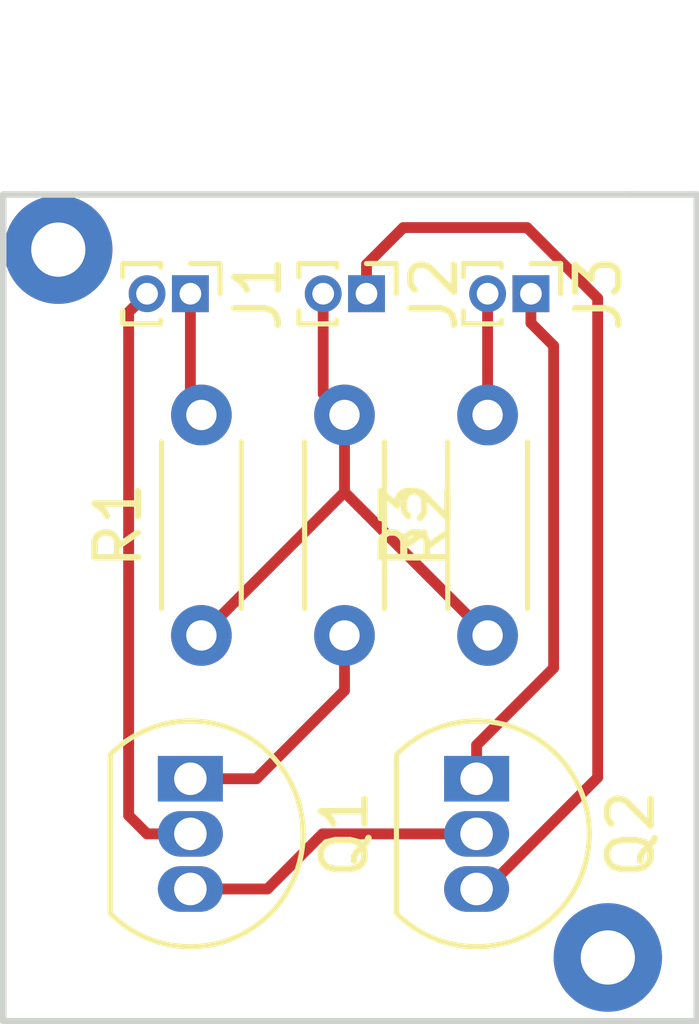
<source format=kicad_pcb>
(kicad_pcb (version 20171130) (host pcbnew "(5.0.0)")

  (general
    (thickness 1.6)
    (drawings 7)
    (tracks 34)
    (zones 0)
    (modules 8)
    (nets 9)
  )

  (page A4)
  (layers
    (0 F.Cu signal)
    (31 B.Cu signal)
    (32 B.Adhes user)
    (33 F.Adhes user)
    (34 B.Paste user)
    (35 F.Paste user)
    (36 B.SilkS user)
    (37 F.SilkS user)
    (38 B.Mask user)
    (39 F.Mask user)
    (40 Dwgs.User user)
    (41 Cmts.User user)
    (42 Eco1.User user)
    (43 Eco2.User user)
    (44 Edge.Cuts user)
    (45 Margin user)
    (46 B.CrtYd user)
    (47 F.CrtYd user)
    (48 B.Fab user)
    (49 F.Fab user)
  )

  (setup
    (last_trace_width 0.25)
    (user_trace_width 0.25)
    (user_trace_width 0.5)
    (user_trace_width 0.6)
    (user_trace_width 0.7)
    (user_trace_width 0.8)
    (user_trace_width 0.9)
    (user_trace_width 1)
    (user_trace_width 1.2)
    (trace_clearance 0.2)
    (zone_clearance 0.508)
    (zone_45_only no)
    (trace_min 0.2)
    (segment_width 0.2)
    (edge_width 0.15)
    (via_size 0.8)
    (via_drill 0.4)
    (via_min_size 0.4)
    (via_min_drill 0.3)
    (user_via 0.8 0.4)
    (user_via 1 0.5)
    (user_via 1.5 0.75)
    (user_via 2.5 1.25)
    (user_via 3 1.5)
    (user_via 3.5 1.75)
    (user_via 4 2)
    (user_via 4.5 2.25)
    (uvia_size 0.3)
    (uvia_drill 0.1)
    (uvias_allowed no)
    (uvia_min_size 0.2)
    (uvia_min_drill 0.1)
    (pcb_text_width 0.3)
    (pcb_text_size 1.5 1.5)
    (mod_edge_width 0.15)
    (mod_text_size 1 1)
    (mod_text_width 0.15)
    (pad_size 1.524 1.524)
    (pad_drill 0.762)
    (pad_to_mask_clearance 0.2)
    (aux_axis_origin 0 0)
    (visible_elements 7FFFFFFF)
    (pcbplotparams
      (layerselection 0x010f4_ffffffff)
      (usegerberextensions true)
      (usegerberattributes false)
      (usegerberadvancedattributes false)
      (creategerberjobfile false)
      (excludeedgelayer true)
      (linewidth 0.100000)
      (plotframeref false)
      (viasonmask false)
      (mode 1)
      (useauxorigin false)
      (hpglpennumber 1)
      (hpglpenspeed 20)
      (hpglpendiameter 15.000000)
      (psnegative false)
      (psa4output false)
      (plotreference true)
      (plotvalue true)
      (plotinvisibletext false)
      (padsonsilk false)
      (subtractmaskfromsilk false)
      (outputformat 1)
      (mirror false)
      (drillshape 0)
      (scaleselection 1)
      (outputdirectory "./"))
  )

  (net 0 "")
  (net 1 "Net-(J1-Pad1)")
  (net 2 GND)
  (net 3 "Net-(J3-Pad1)")
  (net 4 "Net-(J3-Pad2)")
  (net 5 "Net-(Q1-Pad3)")
  (net 6 "Net-(Q1-Pad1)")
  (net 7 "Net-(J1-Pad2)")
  (net 8 "Net-(J2-Pad2)")

  (net_class Default "This is the default net class."
    (clearance 0.2)
    (trace_width 0.25)
    (via_dia 0.8)
    (via_drill 0.4)
    (uvia_dia 0.3)
    (uvia_drill 0.1)
    (add_net GND)
    (add_net "Net-(J1-Pad1)")
    (add_net "Net-(J1-Pad2)")
    (add_net "Net-(J2-Pad2)")
    (add_net "Net-(J3-Pad1)")
    (add_net "Net-(J3-Pad2)")
    (add_net "Net-(Q1-Pad1)")
    (add_net "Net-(Q1-Pad3)")
  )

  (module Resistor_THT:R_Axial_DIN0204_L3.6mm_D1.6mm_P5.08mm_Horizontal (layer F.Cu) (tedit 5AE5139B) (tstamp 5BEBB550)
    (at 150.924 116.5 270)
    (descr "Resistor, Axial_DIN0204 series, Axial, Horizontal, pin pitch=5.08mm, 0.167W, length*diameter=3.6*1.6mm^2, http://cdn-reichelt.de/documents/datenblatt/B400/1_4W%23YAG.pdf")
    (tags "Resistor Axial_DIN0204 series Axial Horizontal pin pitch 5.08mm 0.167W length 3.6mm diameter 1.6mm")
    (path /5BEB03AA)
    (fp_text reference R2 (at 2.54 -1.92 270) (layer F.SilkS)
      (effects (font (size 1 1) (thickness 0.15)))
    )
    (fp_text value 1K (at 2.54 1.92 270) (layer F.Fab)
      (effects (font (size 1 1) (thickness 0.15)))
    )
    (fp_line (start 0.74 -0.8) (end 0.74 0.8) (layer F.Fab) (width 0.1))
    (fp_line (start 0.74 0.8) (end 4.34 0.8) (layer F.Fab) (width 0.1))
    (fp_line (start 4.34 0.8) (end 4.34 -0.8) (layer F.Fab) (width 0.1))
    (fp_line (start 4.34 -0.8) (end 0.74 -0.8) (layer F.Fab) (width 0.1))
    (fp_line (start 0 0) (end 0.74 0) (layer F.Fab) (width 0.1))
    (fp_line (start 5.08 0) (end 4.34 0) (layer F.Fab) (width 0.1))
    (fp_line (start 0.62 -0.92) (end 4.46 -0.92) (layer F.SilkS) (width 0.12))
    (fp_line (start 0.62 0.92) (end 4.46 0.92) (layer F.SilkS) (width 0.12))
    (fp_line (start -0.95 -1.05) (end -0.95 1.05) (layer F.CrtYd) (width 0.05))
    (fp_line (start -0.95 1.05) (end 6.03 1.05) (layer F.CrtYd) (width 0.05))
    (fp_line (start 6.03 1.05) (end 6.03 -1.05) (layer F.CrtYd) (width 0.05))
    (fp_line (start 6.03 -1.05) (end -0.95 -1.05) (layer F.CrtYd) (width 0.05))
    (fp_text user %R (at 2.54 0 270) (layer F.Fab)
      (effects (font (size 0.72 0.72) (thickness 0.108)))
    )
    (pad 1 thru_hole circle (at 0 0 270) (size 1.4 1.4) (drill 0.7) (layers *.Cu *.Mask)
      (net 8 "Net-(J2-Pad2)"))
    (pad 2 thru_hole oval (at 5.08 0 270) (size 1.4 1.4) (drill 0.7) (layers *.Cu *.Mask)
      (net 6 "Net-(Q1-Pad1)"))
    (model ${KISYS3DMOD}/Resistor_THT.3dshapes/R_Axial_DIN0204_L3.6mm_D1.6mm_P5.08mm_Horizontal.wrl
      (at (xyz 0 0 0))
      (scale (xyz 1 1 1))
      (rotate (xyz 0 0 0))
    )
  )

  (module Connector_PinHeader_1.00mm:PinHeader_1x02_P1.00mm_Vertical (layer F.Cu) (tedit 59FED738) (tstamp 5BEBB4D6)
    (at 147.368 113.706 270)
    (descr "Through hole straight pin header, 1x02, 1.00mm pitch, single row")
    (tags "Through hole pin header THT 1x02 1.00mm single row")
    (path /5BEB121E)
    (fp_text reference J1 (at 0 -1.56 270) (layer F.SilkS)
      (effects (font (size 1 1) (thickness 0.15)))
    )
    (fp_text value Conn_01x02_Male (at 0 2.56 270) (layer F.Fab)
      (effects (font (size 1 1) (thickness 0.15)))
    )
    (fp_line (start -0.3175 -0.5) (end 0.635 -0.5) (layer F.Fab) (width 0.1))
    (fp_line (start 0.635 -0.5) (end 0.635 1.5) (layer F.Fab) (width 0.1))
    (fp_line (start 0.635 1.5) (end -0.635 1.5) (layer F.Fab) (width 0.1))
    (fp_line (start -0.635 1.5) (end -0.635 -0.1825) (layer F.Fab) (width 0.1))
    (fp_line (start -0.635 -0.1825) (end -0.3175 -0.5) (layer F.Fab) (width 0.1))
    (fp_line (start -0.695 1.56) (end -0.394493 1.56) (layer F.SilkS) (width 0.12))
    (fp_line (start 0.394493 1.56) (end 0.695 1.56) (layer F.SilkS) (width 0.12))
    (fp_line (start -0.695 0.685) (end -0.695 1.56) (layer F.SilkS) (width 0.12))
    (fp_line (start 0.695 0.685) (end 0.695 1.56) (layer F.SilkS) (width 0.12))
    (fp_line (start -0.695 0.685) (end -0.608276 0.685) (layer F.SilkS) (width 0.12))
    (fp_line (start 0.608276 0.685) (end 0.695 0.685) (layer F.SilkS) (width 0.12))
    (fp_line (start -0.695 0) (end -0.695 -0.685) (layer F.SilkS) (width 0.12))
    (fp_line (start -0.695 -0.685) (end 0 -0.685) (layer F.SilkS) (width 0.12))
    (fp_line (start -1.15 -1) (end -1.15 2) (layer F.CrtYd) (width 0.05))
    (fp_line (start -1.15 2) (end 1.15 2) (layer F.CrtYd) (width 0.05))
    (fp_line (start 1.15 2) (end 1.15 -1) (layer F.CrtYd) (width 0.05))
    (fp_line (start 1.15 -1) (end -1.15 -1) (layer F.CrtYd) (width 0.05))
    (fp_text user %R (at 0 0.5) (layer F.Fab)
      (effects (font (size 0.76 0.76) (thickness 0.114)))
    )
    (pad 1 thru_hole rect (at 0 0 270) (size 0.85 0.85) (drill 0.5) (layers *.Cu *.Mask)
      (net 1 "Net-(J1-Pad1)"))
    (pad 2 thru_hole oval (at 0 1 270) (size 0.85 0.85) (drill 0.5) (layers *.Cu *.Mask)
      (net 7 "Net-(J1-Pad2)"))
    (model ${KISYS3DMOD}/Connector_PinHeader_1.00mm.3dshapes/PinHeader_1x02_P1.00mm_Vertical.wrl
      (at (xyz 0 0 0))
      (scale (xyz 1 1 1))
      (rotate (xyz 0 0 0))
    )
  )

  (module Connector_PinHeader_1.00mm:PinHeader_1x02_P1.00mm_Vertical (layer F.Cu) (tedit 59FED738) (tstamp 5BEBB4EE)
    (at 151.432 113.706 270)
    (descr "Through hole straight pin header, 1x02, 1.00mm pitch, single row")
    (tags "Through hole pin header THT 1x02 1.00mm single row")
    (path /5BEB31E6)
    (fp_text reference J2 (at 0 -1.56 270) (layer F.SilkS)
      (effects (font (size 1 1) (thickness 0.15)))
    )
    (fp_text value Conn_01x02_Male (at 0 2.56 270) (layer F.Fab)
      (effects (font (size 1 1) (thickness 0.15)))
    )
    (fp_text user %R (at 0 0.5) (layer F.Fab)
      (effects (font (size 0.76 0.76) (thickness 0.114)))
    )
    (fp_line (start 1.15 -1) (end -1.15 -1) (layer F.CrtYd) (width 0.05))
    (fp_line (start 1.15 2) (end 1.15 -1) (layer F.CrtYd) (width 0.05))
    (fp_line (start -1.15 2) (end 1.15 2) (layer F.CrtYd) (width 0.05))
    (fp_line (start -1.15 -1) (end -1.15 2) (layer F.CrtYd) (width 0.05))
    (fp_line (start -0.695 -0.685) (end 0 -0.685) (layer F.SilkS) (width 0.12))
    (fp_line (start -0.695 0) (end -0.695 -0.685) (layer F.SilkS) (width 0.12))
    (fp_line (start 0.608276 0.685) (end 0.695 0.685) (layer F.SilkS) (width 0.12))
    (fp_line (start -0.695 0.685) (end -0.608276 0.685) (layer F.SilkS) (width 0.12))
    (fp_line (start 0.695 0.685) (end 0.695 1.56) (layer F.SilkS) (width 0.12))
    (fp_line (start -0.695 0.685) (end -0.695 1.56) (layer F.SilkS) (width 0.12))
    (fp_line (start 0.394493 1.56) (end 0.695 1.56) (layer F.SilkS) (width 0.12))
    (fp_line (start -0.695 1.56) (end -0.394493 1.56) (layer F.SilkS) (width 0.12))
    (fp_line (start -0.635 -0.1825) (end -0.3175 -0.5) (layer F.Fab) (width 0.1))
    (fp_line (start -0.635 1.5) (end -0.635 -0.1825) (layer F.Fab) (width 0.1))
    (fp_line (start 0.635 1.5) (end -0.635 1.5) (layer F.Fab) (width 0.1))
    (fp_line (start 0.635 -0.5) (end 0.635 1.5) (layer F.Fab) (width 0.1))
    (fp_line (start -0.3175 -0.5) (end 0.635 -0.5) (layer F.Fab) (width 0.1))
    (pad 2 thru_hole oval (at 0 1 270) (size 0.85 0.85) (drill 0.5) (layers *.Cu *.Mask)
      (net 8 "Net-(J2-Pad2)"))
    (pad 1 thru_hole rect (at 0 0 270) (size 0.85 0.85) (drill 0.5) (layers *.Cu *.Mask)
      (net 2 GND))
    (model ${KISYS3DMOD}/Connector_PinHeader_1.00mm.3dshapes/PinHeader_1x02_P1.00mm_Vertical.wrl
      (at (xyz 0 0 0))
      (scale (xyz 1 1 1))
      (rotate (xyz 0 0 0))
    )
  )

  (module Connector_PinHeader_1.00mm:PinHeader_1x02_P1.00mm_Vertical (layer F.Cu) (tedit 59FED738) (tstamp 5BEBB506)
    (at 155.226 113.706 270)
    (descr "Through hole straight pin header, 1x02, 1.00mm pitch, single row")
    (tags "Through hole pin header THT 1x02 1.00mm single row")
    (path /5BEB4A31)
    (fp_text reference J3 (at 0 -1.56 270) (layer F.SilkS)
      (effects (font (size 1 1) (thickness 0.15)))
    )
    (fp_text value Conn_01x02_Male (at 0 2.56 270) (layer F.Fab)
      (effects (font (size 1 1) (thickness 0.15)))
    )
    (fp_line (start -0.3175 -0.5) (end 0.635 -0.5) (layer F.Fab) (width 0.1))
    (fp_line (start 0.635 -0.5) (end 0.635 1.5) (layer F.Fab) (width 0.1))
    (fp_line (start 0.635 1.5) (end -0.635 1.5) (layer F.Fab) (width 0.1))
    (fp_line (start -0.635 1.5) (end -0.635 -0.1825) (layer F.Fab) (width 0.1))
    (fp_line (start -0.635 -0.1825) (end -0.3175 -0.5) (layer F.Fab) (width 0.1))
    (fp_line (start -0.695 1.56) (end -0.394493 1.56) (layer F.SilkS) (width 0.12))
    (fp_line (start 0.394493 1.56) (end 0.695 1.56) (layer F.SilkS) (width 0.12))
    (fp_line (start -0.695 0.685) (end -0.695 1.56) (layer F.SilkS) (width 0.12))
    (fp_line (start 0.695 0.685) (end 0.695 1.56) (layer F.SilkS) (width 0.12))
    (fp_line (start -0.695 0.685) (end -0.608276 0.685) (layer F.SilkS) (width 0.12))
    (fp_line (start 0.608276 0.685) (end 0.695 0.685) (layer F.SilkS) (width 0.12))
    (fp_line (start -0.695 0) (end -0.695 -0.685) (layer F.SilkS) (width 0.12))
    (fp_line (start -0.695 -0.685) (end 0 -0.685) (layer F.SilkS) (width 0.12))
    (fp_line (start -1.15 -1) (end -1.15 2) (layer F.CrtYd) (width 0.05))
    (fp_line (start -1.15 2) (end 1.15 2) (layer F.CrtYd) (width 0.05))
    (fp_line (start 1.15 2) (end 1.15 -1) (layer F.CrtYd) (width 0.05))
    (fp_line (start 1.15 -1) (end -1.15 -1) (layer F.CrtYd) (width 0.05))
    (fp_text user %R (at 0 0.5) (layer F.Fab)
      (effects (font (size 0.76 0.76) (thickness 0.114)))
    )
    (pad 1 thru_hole rect (at 0 0 270) (size 0.85 0.85) (drill 0.5) (layers *.Cu *.Mask)
      (net 3 "Net-(J3-Pad1)"))
    (pad 2 thru_hole oval (at 0 1 270) (size 0.85 0.85) (drill 0.5) (layers *.Cu *.Mask)
      (net 4 "Net-(J3-Pad2)"))
    (model ${KISYS3DMOD}/Connector_PinHeader_1.00mm.3dshapes/PinHeader_1x02_P1.00mm_Vertical.wrl
      (at (xyz 0 0 0))
      (scale (xyz 1 1 1))
      (rotate (xyz 0 0 0))
    )
  )

  (module Package_TO_SOT_THT:TO-92_Inline (layer F.Cu) (tedit 5A1DD157) (tstamp 5BEBB518)
    (at 147.368 124.882 270)
    (descr "TO-92 leads in-line, narrow, oval pads, drill 0.75mm (see NXP sot054_po.pdf)")
    (tags "to-92 sc-43 sc-43a sot54 PA33 transistor")
    (path /5BEB034B)
    (fp_text reference Q1 (at 1.27 -3.56 270) (layer F.SilkS)
      (effects (font (size 1 1) (thickness 0.15)))
    )
    (fp_text value BC547 (at 1.27 2.79 270) (layer F.Fab)
      (effects (font (size 1 1) (thickness 0.15)))
    )
    (fp_text user %R (at 1.27 -3.56 270) (layer F.Fab)
      (effects (font (size 1 1) (thickness 0.15)))
    )
    (fp_line (start -0.53 1.85) (end 3.07 1.85) (layer F.SilkS) (width 0.12))
    (fp_line (start -0.5 1.75) (end 3 1.75) (layer F.Fab) (width 0.1))
    (fp_line (start -1.46 -2.73) (end 4 -2.73) (layer F.CrtYd) (width 0.05))
    (fp_line (start -1.46 -2.73) (end -1.46 2.01) (layer F.CrtYd) (width 0.05))
    (fp_line (start 4 2.01) (end 4 -2.73) (layer F.CrtYd) (width 0.05))
    (fp_line (start 4 2.01) (end -1.46 2.01) (layer F.CrtYd) (width 0.05))
    (fp_arc (start 1.27 0) (end 1.27 -2.48) (angle 135) (layer F.Fab) (width 0.1))
    (fp_arc (start 1.27 0) (end 1.27 -2.6) (angle -135) (layer F.SilkS) (width 0.12))
    (fp_arc (start 1.27 0) (end 1.27 -2.48) (angle -135) (layer F.Fab) (width 0.1))
    (fp_arc (start 1.27 0) (end 1.27 -2.6) (angle 135) (layer F.SilkS) (width 0.12))
    (pad 2 thru_hole oval (at 1.27 0 270) (size 1.05 1.5) (drill 0.75) (layers *.Cu *.Mask)
      (net 7 "Net-(J1-Pad2)"))
    (pad 3 thru_hole oval (at 2.54 0 270) (size 1.05 1.5) (drill 0.75) (layers *.Cu *.Mask)
      (net 5 "Net-(Q1-Pad3)"))
    (pad 1 thru_hole rect (at 0 0 270) (size 1.05 1.5) (drill 0.75) (layers *.Cu *.Mask)
      (net 6 "Net-(Q1-Pad1)"))
    (model ${KISYS3DMOD}/Package_TO_SOT_THT.3dshapes/TO-92_Inline.wrl
      (at (xyz 0 0 0))
      (scale (xyz 1 1 1))
      (rotate (xyz 0 0 0))
    )
  )

  (module Package_TO_SOT_THT:TO-92_Inline (layer F.Cu) (tedit 5A1DD157) (tstamp 5BEBB52A)
    (at 153.972 124.882 270)
    (descr "TO-92 leads in-line, narrow, oval pads, drill 0.75mm (see NXP sot054_po.pdf)")
    (tags "to-92 sc-43 sc-43a sot54 PA33 transistor")
    (path /5BEB0174)
    (fp_text reference Q2 (at 1.27 -3.56 270) (layer F.SilkS)
      (effects (font (size 1 1) (thickness 0.15)))
    )
    (fp_text value BC547 (at 1.27 2.79 270) (layer F.Fab)
      (effects (font (size 1 1) (thickness 0.15)))
    )
    (fp_arc (start 1.27 0) (end 1.27 -2.6) (angle 135) (layer F.SilkS) (width 0.12))
    (fp_arc (start 1.27 0) (end 1.27 -2.48) (angle -135) (layer F.Fab) (width 0.1))
    (fp_arc (start 1.27 0) (end 1.27 -2.6) (angle -135) (layer F.SilkS) (width 0.12))
    (fp_arc (start 1.27 0) (end 1.27 -2.48) (angle 135) (layer F.Fab) (width 0.1))
    (fp_line (start 4 2.01) (end -1.46 2.01) (layer F.CrtYd) (width 0.05))
    (fp_line (start 4 2.01) (end 4 -2.73) (layer F.CrtYd) (width 0.05))
    (fp_line (start -1.46 -2.73) (end -1.46 2.01) (layer F.CrtYd) (width 0.05))
    (fp_line (start -1.46 -2.73) (end 4 -2.73) (layer F.CrtYd) (width 0.05))
    (fp_line (start -0.5 1.75) (end 3 1.75) (layer F.Fab) (width 0.1))
    (fp_line (start -0.53 1.85) (end 3.07 1.85) (layer F.SilkS) (width 0.12))
    (fp_text user %R (at 1.27 -3.56 270) (layer F.Fab)
      (effects (font (size 1 1) (thickness 0.15)))
    )
    (pad 1 thru_hole rect (at 0 0 270) (size 1.05 1.5) (drill 0.75) (layers *.Cu *.Mask)
      (net 3 "Net-(J3-Pad1)"))
    (pad 3 thru_hole oval (at 2.54 0 270) (size 1.05 1.5) (drill 0.75) (layers *.Cu *.Mask)
      (net 2 GND))
    (pad 2 thru_hole oval (at 1.27 0 270) (size 1.05 1.5) (drill 0.75) (layers *.Cu *.Mask)
      (net 5 "Net-(Q1-Pad3)"))
    (model ${KISYS3DMOD}/Package_TO_SOT_THT.3dshapes/TO-92_Inline.wrl
      (at (xyz 0 0 0))
      (scale (xyz 1 1 1))
      (rotate (xyz 0 0 0))
    )
  )

  (module Resistor_THT:R_Axial_DIN0204_L3.6mm_D1.6mm_P5.08mm_Horizontal (layer F.Cu) (tedit 5AE5139B) (tstamp 5BEBBFBE)
    (at 147.622 121.58 90)
    (descr "Resistor, Axial_DIN0204 series, Axial, Horizontal, pin pitch=5.08mm, 0.167W, length*diameter=3.6*1.6mm^2, http://cdn-reichelt.de/documents/datenblatt/B400/1_4W%23YAG.pdf")
    (tags "Resistor Axial_DIN0204 series Axial Horizontal pin pitch 5.08mm 0.167W length 3.6mm diameter 1.6mm")
    (path /5BEB05E3)
    (fp_text reference R1 (at 2.54 -1.92 90) (layer F.SilkS)
      (effects (font (size 1 1) (thickness 0.15)))
    )
    (fp_text value 1M (at 2.54 1.92 90) (layer F.Fab)
      (effects (font (size 1 1) (thickness 0.15)))
    )
    (fp_line (start 0.74 -0.8) (end 0.74 0.8) (layer F.Fab) (width 0.1))
    (fp_line (start 0.74 0.8) (end 4.34 0.8) (layer F.Fab) (width 0.1))
    (fp_line (start 4.34 0.8) (end 4.34 -0.8) (layer F.Fab) (width 0.1))
    (fp_line (start 4.34 -0.8) (end 0.74 -0.8) (layer F.Fab) (width 0.1))
    (fp_line (start 0 0) (end 0.74 0) (layer F.Fab) (width 0.1))
    (fp_line (start 5.08 0) (end 4.34 0) (layer F.Fab) (width 0.1))
    (fp_line (start 0.62 -0.92) (end 4.46 -0.92) (layer F.SilkS) (width 0.12))
    (fp_line (start 0.62 0.92) (end 4.46 0.92) (layer F.SilkS) (width 0.12))
    (fp_line (start -0.95 -1.05) (end -0.95 1.05) (layer F.CrtYd) (width 0.05))
    (fp_line (start -0.95 1.05) (end 6.03 1.05) (layer F.CrtYd) (width 0.05))
    (fp_line (start 6.03 1.05) (end 6.03 -1.05) (layer F.CrtYd) (width 0.05))
    (fp_line (start 6.03 -1.05) (end -0.95 -1.05) (layer F.CrtYd) (width 0.05))
    (fp_text user %R (at 2.54 0 90) (layer F.Fab)
      (effects (font (size 0.72 0.72) (thickness 0.108)))
    )
    (pad 1 thru_hole circle (at 0 0 90) (size 1.4 1.4) (drill 0.7) (layers *.Cu *.Mask)
      (net 8 "Net-(J2-Pad2)"))
    (pad 2 thru_hole oval (at 5.08 0 90) (size 1.4 1.4) (drill 0.7) (layers *.Cu *.Mask)
      (net 1 "Net-(J1-Pad1)"))
    (model ${KISYS3DMOD}/Resistor_THT.3dshapes/R_Axial_DIN0204_L3.6mm_D1.6mm_P5.08mm_Horizontal.wrl
      (at (xyz 0 0 0))
      (scale (xyz 1 1 1))
      (rotate (xyz 0 0 0))
    )
  )

  (module Resistor_THT:R_Axial_DIN0204_L3.6mm_D1.6mm_P5.08mm_Horizontal (layer F.Cu) (tedit 5AE5139B) (tstamp 5BEBB563)
    (at 154.226 121.58 90)
    (descr "Resistor, Axial_DIN0204 series, Axial, Horizontal, pin pitch=5.08mm, 0.167W, length*diameter=3.6*1.6mm^2, http://cdn-reichelt.de/documents/datenblatt/B400/1_4W%23YAG.pdf")
    (tags "Resistor Axial_DIN0204 series Axial Horizontal pin pitch 5.08mm 0.167W length 3.6mm diameter 1.6mm")
    (path /5BEB0509)
    (fp_text reference R3 (at 2.54 -1.92 90) (layer F.SilkS)
      (effects (font (size 1 1) (thickness 0.15)))
    )
    (fp_text value 1K (at 2.54 1.92 90) (layer F.Fab)
      (effects (font (size 1 1) (thickness 0.15)))
    )
    (fp_text user %R (at 2.54 0 90) (layer F.Fab)
      (effects (font (size 0.72 0.72) (thickness 0.108)))
    )
    (fp_line (start 6.03 -1.05) (end -0.95 -1.05) (layer F.CrtYd) (width 0.05))
    (fp_line (start 6.03 1.05) (end 6.03 -1.05) (layer F.CrtYd) (width 0.05))
    (fp_line (start -0.95 1.05) (end 6.03 1.05) (layer F.CrtYd) (width 0.05))
    (fp_line (start -0.95 -1.05) (end -0.95 1.05) (layer F.CrtYd) (width 0.05))
    (fp_line (start 0.62 0.92) (end 4.46 0.92) (layer F.SilkS) (width 0.12))
    (fp_line (start 0.62 -0.92) (end 4.46 -0.92) (layer F.SilkS) (width 0.12))
    (fp_line (start 5.08 0) (end 4.34 0) (layer F.Fab) (width 0.1))
    (fp_line (start 0 0) (end 0.74 0) (layer F.Fab) (width 0.1))
    (fp_line (start 4.34 -0.8) (end 0.74 -0.8) (layer F.Fab) (width 0.1))
    (fp_line (start 4.34 0.8) (end 4.34 -0.8) (layer F.Fab) (width 0.1))
    (fp_line (start 0.74 0.8) (end 4.34 0.8) (layer F.Fab) (width 0.1))
    (fp_line (start 0.74 -0.8) (end 0.74 0.8) (layer F.Fab) (width 0.1))
    (pad 2 thru_hole oval (at 5.08 0 90) (size 1.4 1.4) (drill 0.7) (layers *.Cu *.Mask)
      (net 4 "Net-(J3-Pad2)"))
    (pad 1 thru_hole circle (at 0 0 90) (size 1.4 1.4) (drill 0.7) (layers *.Cu *.Mask)
      (net 8 "Net-(J2-Pad2)"))
    (model ${KISYS3DMOD}/Resistor_THT.3dshapes/R_Axial_DIN0204_L3.6mm_D1.6mm_P5.08mm_Horizontal.wrl
      (at (xyz 0 0 0))
      (scale (xyz 1 1 1))
      (rotate (xyz 0 0 0))
    )
  )

  (gr_line (start 143.05 111.42) (end 143.812 111.42) (layer Edge.Cuts) (width 0.15))
  (gr_line (start 143.05 130.47) (end 143.05 111.42) (layer Edge.Cuts) (width 0.15))
  (gr_line (start 159.052 130.47) (end 143.05 130.47) (layer Edge.Cuts) (width 0.15))
  (gr_line (start 159.052 129.708) (end 159.052 130.47) (layer Edge.Cuts) (width 0.15))
  (gr_line (start 159.052 111.42) (end 159.052 129.708) (layer Edge.Cuts) (width 0.15))
  (gr_line (start 157.528 111.42) (end 159.052 111.42) (layer Edge.Cuts) (width 0.15))
  (gr_line (start 143.812 111.42) (end 157.528 111.42) (layer Edge.Cuts) (width 0.15))

  (via (at 144.32 112.69) (size 2.5) (drill 1.25) (layers F.Cu B.Cu) (net 0))
  (via (at 157 129) (size 2.5) (drill 1.25) (layers F.Cu B.Cu) (net 0))
  (segment (start 147.368 116.246) (end 147.622 116.5) (width 0.25) (layer F.Cu) (net 1))
  (segment (start 147.368 113.706) (end 147.368 116.246) (width 0.25) (layer F.Cu) (net 1))
  (segment (start 151.432 113.031) (end 152.281 112.182) (width 0.25) (layer F.Cu) (net 2))
  (segment (start 151.432 113.706) (end 151.432 113.031) (width 0.25) (layer F.Cu) (net 2))
  (segment (start 155.137002 112.182) (end 156.766 113.810998) (width 0.25) (layer F.Cu) (net 2))
  (segment (start 152.281 112.182) (end 155.137002 112.182) (width 0.25) (layer F.Cu) (net 2))
  (segment (start 154.197 127.422) (end 153.972 127.422) (width 0.25) (layer F.Cu) (net 2))
  (segment (start 156.766 124.853) (end 154.197 127.422) (width 0.25) (layer F.Cu) (net 2))
  (segment (start 156.766 113.810998) (end 156.766 124.853) (width 0.25) (layer F.Cu) (net 2))
  (segment (start 154.197 124.882) (end 153.972 124.882) (width 0.25) (layer F.Cu) (net 3))
  (segment (start 155.226 114.381) (end 155.75 114.905) (width 0.25) (layer F.Cu) (net 3))
  (segment (start 155.226 113.706) (end 155.226 114.381) (width 0.25) (layer F.Cu) (net 3))
  (segment (start 155.75 114.905) (end 155.75 122.329) (width 0.25) (layer F.Cu) (net 3))
  (segment (start 153.972 124.107) (end 153.972 124.882) (width 0.25) (layer F.Cu) (net 3))
  (segment (start 155.75 122.329) (end 153.972 124.107) (width 0.25) (layer F.Cu) (net 3))
  (segment (start 154.226 116.5) (end 154.226 113.706) (width 0.25) (layer F.Cu) (net 4))
  (segment (start 147.368 127.422) (end 149.146 127.422) (width 0.25) (layer F.Cu) (net 5))
  (segment (start 150.416 126.152) (end 153.972 126.152) (width 0.25) (layer F.Cu) (net 5))
  (segment (start 149.146 127.422) (end 150.416 126.152) (width 0.25) (layer F.Cu) (net 5))
  (segment (start 150.924 122.85) (end 150.924 121.58) (width 0.25) (layer F.Cu) (net 6))
  (segment (start 147.368 124.882) (end 148.892 124.882) (width 0.25) (layer F.Cu) (net 6))
  (segment (start 148.892 124.882) (end 150.924 122.85) (width 0.25) (layer F.Cu) (net 6))
  (segment (start 146.368 126.152) (end 147.368 126.152) (width 0.25) (layer F.Cu) (net 7))
  (segment (start 145.943001 125.727001) (end 146.368 126.152) (width 0.25) (layer F.Cu) (net 7))
  (segment (start 145.943001 114.130999) (end 145.943001 125.727001) (width 0.25) (layer F.Cu) (net 7))
  (segment (start 146.368 113.706) (end 145.943001 114.130999) (width 0.25) (layer F.Cu) (net 7))
  (segment (start 150.686 116.262) (end 150.924 116.5) (width 0.25) (layer F.Cu) (net 8))
  (segment (start 150.924 118.278) (end 147.622 121.58) (width 0.25) (layer F.Cu) (net 8))
  (segment (start 150.924 118.278) (end 154.226 121.58) (width 0.25) (layer F.Cu) (net 8))
  (segment (start 150.924 116.5) (end 150.924 118.278) (width 0.25) (layer F.Cu) (net 8))
  (segment (start 150.432 116.008) (end 150.924 116.5) (width 0.25) (layer F.Cu) (net 8))
  (segment (start 150.432 113.706) (end 150.432 116.008) (width 0.25) (layer F.Cu) (net 8))

)

</source>
